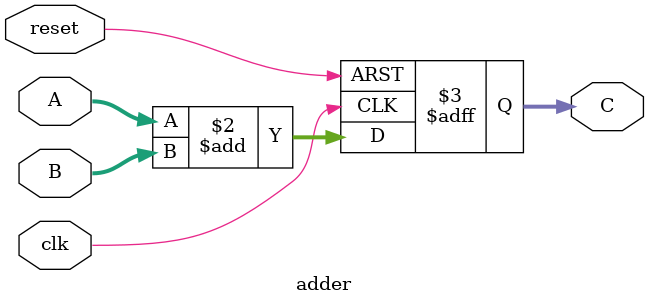
<source format=v>
module adder(
    input clk,reset,
    input signed [3:0] A,B,
    output reg signed [4:0] C
    );

    always @(posedge clk or posedge reset) begin
        if (reset)
            C <= 5'b0;
        else 
            C <= A + B;
    end
endmodule
</source>
